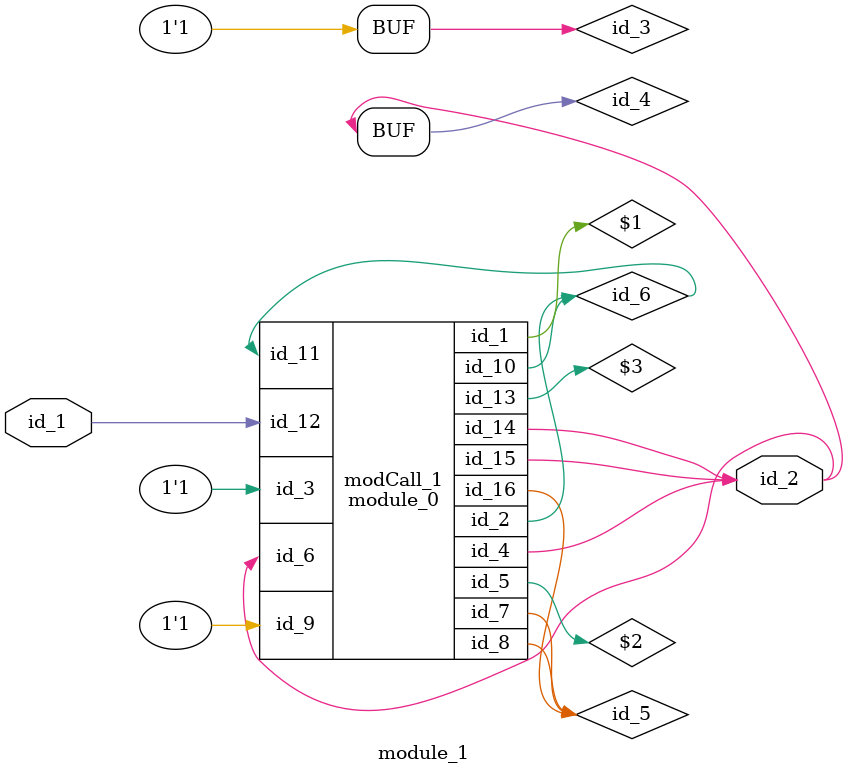
<source format=v>
module module_0 (
    id_1,
    id_2,
    id_3,
    id_4,
    id_5,
    id_6,
    id_7,
    id_8,
    id_9,
    id_10,
    id_11,
    id_12,
    id_13,
    id_14,
    id_15,
    id_16
);
  inout wire id_16;
  inout wire id_15;
  inout wire id_14;
  inout wire id_13;
  input wire id_12;
  input wire id_11;
  inout wire id_10;
  input wire id_9;
  inout wire id_8;
  inout wire id_7;
  input wire id_6;
  output wire id_5;
  output wire id_4;
  input wire id_3;
  inout wire id_2;
  output wire id_1;
  wire id_17;
endmodule
module module_1 (
    id_1,
    id_2
);
  output wire id_2;
  input wire id_1;
  wor id_3;
  wire id_4, id_5, id_6;
  buf primCall (id_2, id_4);
  module_0 modCall_1 (
      id_3,
      id_6,
      id_3,
      id_2,
      id_3,
      id_4,
      id_5,
      id_5,
      id_3,
      id_6,
      id_6,
      id_1,
      id_3,
      id_4,
      id_4,
      id_5
  );
  assign id_3 = -1;
endmodule

</source>
